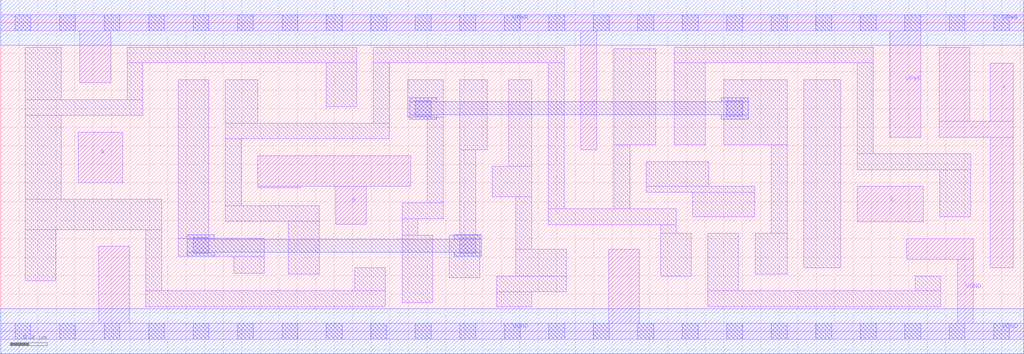
<source format=lef>
# Copyright 2020 The SkyWater PDK Authors
#
# Licensed under the Apache License, Version 2.0 (the "License");
# you may not use this file except in compliance with the License.
# You may obtain a copy of the License at
#
#     https://www.apache.org/licenses/LICENSE-2.0
#
# Unless required by applicable law or agreed to in writing, software
# distributed under the License is distributed on an "AS IS" BASIS,
# WITHOUT WARRANTIES OR CONDITIONS OF ANY KIND, either express or implied.
# See the License for the specific language governing permissions and
# limitations under the License.
#
# SPDX-License-Identifier: Apache-2.0

VERSION 5.7 ;
  NAMESCASESENSITIVE ON ;
  NOWIREEXTENSIONATPIN ON ;
  DIVIDERCHAR "/" ;
  BUSBITCHARS "[]" ;
UNITS
  DATABASE MICRONS 200 ;
END UNITS
MACRO sky130_fd_sc_lp__xor3_lp
  CLASS CORE ;
  SOURCE USER ;
  FOREIGN sky130_fd_sc_lp__xor3_lp ;
  ORIGIN  0.000000  0.000000 ;
  SIZE  11.04000 BY  3.330000 ;
  SYMMETRY X Y R90 ;
  SITE unit ;
  PIN A
    ANTENNAGATEAREA  0.376000 ;
    DIRECTION INPUT ;
    USE SIGNAL ;
    PORT
      LAYER li1 ;
        RECT 0.835000 1.605000 1.315000 2.150000 ;
    END
  END A
  PIN B
    ANTENNAGATEAREA  1.002000 ;
    DIRECTION INPUT ;
    USE SIGNAL ;
    PORT
      LAYER li1 ;
        RECT 2.775000 1.550000 3.235000 1.565000 ;
        RECT 2.775000 1.565000 4.425000 1.895000 ;
        RECT 3.615000 1.155000 3.945000 1.565000 ;
    END
  END B
  PIN C
    ANTENNAGATEAREA  0.689000 ;
    DIRECTION INPUT ;
    USE SIGNAL ;
    PORT
      LAYER li1 ;
        RECT 9.245000 1.180000 9.955000 1.565000 ;
    END
  END C
  PIN X
    ANTENNADIFFAREA  0.404700 ;
    DIRECTION OUTPUT ;
    USE SIGNAL ;
    PORT
      LAYER li1 ;
        RECT 10.125000 2.095000 10.925000 2.265000 ;
        RECT 10.125000 2.265000 10.455000 3.065000 ;
        RECT 10.675000 0.685000 10.925000 2.095000 ;
        RECT 10.675000 2.265000 10.925000 2.890000 ;
    END
  END X
  PIN VGND
    DIRECTION INOUT ;
    USE GROUND ;
    PORT
      LAYER li1 ;
        RECT  0.000000 -0.085000 11.040000 0.085000 ;
        RECT  1.055000  0.085000  1.385000 0.915000 ;
        RECT  6.560000  0.085000  6.890000 0.885000 ;
        RECT  9.775000  0.775000 10.495000 1.000000 ;
        RECT 10.325000  0.085000 10.495000 0.775000 ;
      LAYER mcon ;
        RECT  0.155000 -0.085000  0.325000 0.085000 ;
        RECT  0.635000 -0.085000  0.805000 0.085000 ;
        RECT  1.115000 -0.085000  1.285000 0.085000 ;
        RECT  1.595000 -0.085000  1.765000 0.085000 ;
        RECT  2.075000 -0.085000  2.245000 0.085000 ;
        RECT  2.555000 -0.085000  2.725000 0.085000 ;
        RECT  3.035000 -0.085000  3.205000 0.085000 ;
        RECT  3.515000 -0.085000  3.685000 0.085000 ;
        RECT  3.995000 -0.085000  4.165000 0.085000 ;
        RECT  4.475000 -0.085000  4.645000 0.085000 ;
        RECT  4.955000 -0.085000  5.125000 0.085000 ;
        RECT  5.435000 -0.085000  5.605000 0.085000 ;
        RECT  5.915000 -0.085000  6.085000 0.085000 ;
        RECT  6.395000 -0.085000  6.565000 0.085000 ;
        RECT  6.875000 -0.085000  7.045000 0.085000 ;
        RECT  7.355000 -0.085000  7.525000 0.085000 ;
        RECT  7.835000 -0.085000  8.005000 0.085000 ;
        RECT  8.315000 -0.085000  8.485000 0.085000 ;
        RECT  8.795000 -0.085000  8.965000 0.085000 ;
        RECT  9.275000 -0.085000  9.445000 0.085000 ;
        RECT  9.755000 -0.085000  9.925000 0.085000 ;
        RECT 10.235000 -0.085000 10.405000 0.085000 ;
        RECT 10.715000 -0.085000 10.885000 0.085000 ;
      LAYER met1 ;
        RECT 0.000000 -0.245000 11.040000 0.245000 ;
    END
  END VGND
  PIN VPWR
    DIRECTION INOUT ;
    USE POWER ;
    PORT
      LAYER li1 ;
        RECT 0.000000 3.245000 11.040000 3.415000 ;
        RECT 0.855000 2.680000  1.185000 3.245000 ;
        RECT 6.260000 1.960000  6.430000 3.245000 ;
        RECT 9.595000 2.095000  9.925000 3.245000 ;
      LAYER mcon ;
        RECT  0.155000 3.245000  0.325000 3.415000 ;
        RECT  0.635000 3.245000  0.805000 3.415000 ;
        RECT  1.115000 3.245000  1.285000 3.415000 ;
        RECT  1.595000 3.245000  1.765000 3.415000 ;
        RECT  2.075000 3.245000  2.245000 3.415000 ;
        RECT  2.555000 3.245000  2.725000 3.415000 ;
        RECT  3.035000 3.245000  3.205000 3.415000 ;
        RECT  3.515000 3.245000  3.685000 3.415000 ;
        RECT  3.995000 3.245000  4.165000 3.415000 ;
        RECT  4.475000 3.245000  4.645000 3.415000 ;
        RECT  4.955000 3.245000  5.125000 3.415000 ;
        RECT  5.435000 3.245000  5.605000 3.415000 ;
        RECT  5.915000 3.245000  6.085000 3.415000 ;
        RECT  6.395000 3.245000  6.565000 3.415000 ;
        RECT  6.875000 3.245000  7.045000 3.415000 ;
        RECT  7.355000 3.245000  7.525000 3.415000 ;
        RECT  7.835000 3.245000  8.005000 3.415000 ;
        RECT  8.315000 3.245000  8.485000 3.415000 ;
        RECT  8.795000 3.245000  8.965000 3.415000 ;
        RECT  9.275000 3.245000  9.445000 3.415000 ;
        RECT  9.755000 3.245000  9.925000 3.415000 ;
        RECT 10.235000 3.245000 10.405000 3.415000 ;
        RECT 10.715000 3.245000 10.885000 3.415000 ;
      LAYER met1 ;
        RECT 0.000000 3.085000 11.040000 3.575000 ;
    END
  END VPWR
  OBS
    LAYER li1 ;
      RECT  0.265000 0.545000  0.595000 1.095000 ;
      RECT  0.265000 1.095000  1.735000 1.425000 ;
      RECT  0.265000 1.425000  0.655000 2.330000 ;
      RECT  0.265000 2.330000  1.535000 2.500000 ;
      RECT  0.265000 2.500000  0.655000 3.065000 ;
      RECT  1.365000 2.500000  1.535000 2.895000 ;
      RECT  1.365000 2.895000  3.840000 3.065000 ;
      RECT  1.565000 0.265000  4.150000 0.435000 ;
      RECT  1.565000 0.435000  1.735000 1.095000 ;
      RECT  1.915000 0.810000  2.845000 1.005000 ;
      RECT  1.915000 1.005000  2.245000 2.715000 ;
      RECT  2.425000 1.185000  3.435000 1.355000 ;
      RECT  2.425000 1.355000  2.595000 2.075000 ;
      RECT  2.425000 2.075000  4.190000 2.245000 ;
      RECT  2.425000 2.245000  2.775000 2.715000 ;
      RECT  2.515000 0.625000  2.845000 0.810000 ;
      RECT  3.105000 0.615000  3.435000 1.185000 ;
      RECT  3.510000 2.425000  3.840000 2.895000 ;
      RECT  3.820000 0.435000  4.150000 0.685000 ;
      RECT  4.020000 2.245000  4.190000 2.895000 ;
      RECT  4.020000 2.895000  6.080000 3.065000 ;
      RECT  4.330000 0.310000  4.660000 1.035000 ;
      RECT  4.330000 1.035000  4.500000 1.215000 ;
      RECT  4.330000 1.215000  4.775000 1.385000 ;
      RECT  4.390000 2.310000  4.775000 2.715000 ;
      RECT  4.605000 1.385000  4.775000 2.310000 ;
      RECT  4.840000 0.575000  5.170000 1.035000 ;
      RECT  4.955000 1.035000  5.170000 1.040000 ;
      RECT  4.955000 1.040000  5.125000 1.960000 ;
      RECT  4.955000 1.960000  5.250000 2.715000 ;
      RECT  5.305000 1.450000  5.730000 1.780000 ;
      RECT  5.350000 0.265000  5.730000 0.425000 ;
      RECT  5.350000 0.425000  6.100000 0.595000 ;
      RECT  5.480000 1.780000  5.730000 2.715000 ;
      RECT  5.560000 0.595000  6.100000 0.885000 ;
      RECT  5.560000 0.885000  5.730000 1.450000 ;
      RECT  5.910000 1.150000  7.290000 1.320000 ;
      RECT  5.910000 1.320000  6.080000 2.895000 ;
      RECT  6.615000 1.320000  6.785000 2.010000 ;
      RECT  6.615000 2.010000  7.070000 3.050000 ;
      RECT  6.965000 1.500000  8.135000 1.565000 ;
      RECT  6.965000 1.565000  7.640000 1.830000 ;
      RECT  7.120000 0.595000  7.450000 1.055000 ;
      RECT  7.120000 1.055000  7.290000 1.150000 ;
      RECT  7.270000 2.010000  7.600000 2.895000 ;
      RECT  7.270000 2.895000  9.415000 3.065000 ;
      RECT  7.470000 1.235000  8.135000 1.500000 ;
      RECT  7.630000 0.265000 10.145000 0.435000 ;
      RECT  7.630000 0.435000  7.960000 1.055000 ;
      RECT  7.800000 2.010000  8.485000 2.715000 ;
      RECT  8.140000 0.615000  8.485000 1.055000 ;
      RECT  8.315000 1.055000  8.485000 2.010000 ;
      RECT  8.665000 0.685000  9.065000 2.715000 ;
      RECT  9.245000 1.745000 10.465000 1.915000 ;
      RECT  9.245000 1.915000  9.415000 2.895000 ;
      RECT  9.870000 0.435000 10.145000 0.595000 ;
      RECT 10.135000 1.235000 10.465000 1.745000 ;
    LAYER mcon ;
      RECT 2.075000 0.840000 2.245000 1.010000 ;
      RECT 4.475000 2.320000 4.645000 2.490000 ;
      RECT 4.955000 0.840000 5.125000 1.010000 ;
      RECT 7.835000 2.320000 8.005000 2.490000 ;
    LAYER met1 ;
      RECT 2.015000 0.810000 2.305000 0.855000 ;
      RECT 2.015000 0.855000 5.185000 0.995000 ;
      RECT 2.015000 0.995000 2.305000 1.040000 ;
      RECT 4.415000 2.290000 4.705000 2.335000 ;
      RECT 4.415000 2.335000 8.065000 2.475000 ;
      RECT 4.415000 2.475000 4.705000 2.520000 ;
      RECT 4.895000 0.810000 5.185000 0.855000 ;
      RECT 4.895000 0.995000 5.185000 1.040000 ;
      RECT 7.775000 2.290000 8.065000 2.335000 ;
      RECT 7.775000 2.475000 8.065000 2.520000 ;
  END
END sky130_fd_sc_lp__xor3_lp

</source>
